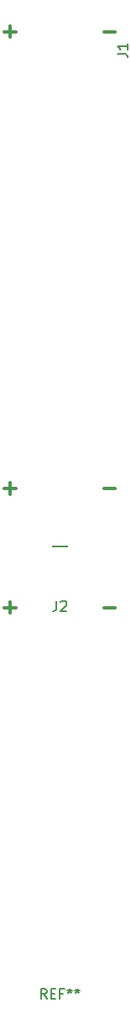
<source format=gto>
G04 #@! TF.FileFunction,Legend,Top*
%FSLAX46Y46*%
G04 Gerber Fmt 4.6, Leading zero omitted, Abs format (unit mm)*
G04 Created by KiCad (PCBNEW 4.0.7) date 06/01/18 18:38:23*
%MOMM*%
%LPD*%
G01*
G04 APERTURE LIST*
%ADD10C,0.100000*%
%ADD11C,0.300000*%
%ADD12C,0.200000*%
%ADD13C,0.150000*%
%ADD14C,4.400000*%
%ADD15R,1.924000X1.924000*%
G04 APERTURE END LIST*
D10*
D11*
X104428572Y-94107143D02*
X105571429Y-94107143D01*
X104428572Y-106107143D02*
X105571429Y-106107143D01*
X94428572Y-94107143D02*
X95571429Y-94107143D01*
X95000000Y-94678571D02*
X95000000Y-93535714D01*
X94428572Y-106107143D02*
X95571429Y-106107143D01*
X95000000Y-106678571D02*
X95000000Y-105535714D01*
X104428572Y-48107143D02*
X105571429Y-48107143D01*
X94428572Y-48107143D02*
X95571429Y-48107143D01*
X95000000Y-48678571D02*
X95000000Y-47535714D01*
D12*
X99200000Y-100000000D02*
X100800000Y-100000000D01*
D13*
X105802381Y-50333333D02*
X106516667Y-50333333D01*
X106659524Y-50380953D01*
X106754762Y-50476191D01*
X106802381Y-50619048D01*
X106802381Y-50714286D01*
X106802381Y-49333333D02*
X106802381Y-49904762D01*
X106802381Y-49619048D02*
X105802381Y-49619048D01*
X105945238Y-49714286D01*
X106040476Y-49809524D01*
X106088095Y-49904762D01*
X99666667Y-105452381D02*
X99666667Y-106166667D01*
X99619047Y-106309524D01*
X99523809Y-106404762D01*
X99380952Y-106452381D01*
X99285714Y-106452381D01*
X100095238Y-105547619D02*
X100142857Y-105500000D01*
X100238095Y-105452381D01*
X100476191Y-105452381D01*
X100571429Y-105500000D01*
X100619048Y-105547619D01*
X100666667Y-105642857D01*
X100666667Y-105738095D01*
X100619048Y-105880952D01*
X100047619Y-106452381D01*
X100666667Y-106452381D01*
X98666667Y-145520381D02*
X98333333Y-145044190D01*
X98095238Y-145520381D02*
X98095238Y-144520381D01*
X98476191Y-144520381D01*
X98571429Y-144568000D01*
X98619048Y-144615619D01*
X98666667Y-144710857D01*
X98666667Y-144853714D01*
X98619048Y-144948952D01*
X98571429Y-144996571D01*
X98476191Y-145044190D01*
X98095238Y-145044190D01*
X99095238Y-144996571D02*
X99428572Y-144996571D01*
X99571429Y-145520381D02*
X99095238Y-145520381D01*
X99095238Y-144520381D01*
X99571429Y-144520381D01*
X100333334Y-144996571D02*
X100000000Y-144996571D01*
X100000000Y-145520381D02*
X100000000Y-144520381D01*
X100476191Y-144520381D01*
X101000000Y-144520381D02*
X101000000Y-144758476D01*
X100761905Y-144663238D02*
X101000000Y-144758476D01*
X101238096Y-144663238D01*
X100857143Y-144948952D02*
X101000000Y-144758476D01*
X101142858Y-144948952D01*
X101761905Y-144520381D02*
X101761905Y-144758476D01*
X101523810Y-144663238D02*
X101761905Y-144758476D01*
X102000001Y-144663238D01*
X101619048Y-144948952D02*
X101761905Y-144758476D01*
X101904763Y-144948952D01*
%LPC*%
D14*
X102500000Y-50000000D03*
X97500000Y-50000000D03*
D15*
X104766000Y-96190000D03*
X104766000Y-97714000D03*
X104766000Y-99238000D03*
X104766000Y-103810000D03*
X104766000Y-102286000D03*
X104766000Y-100762000D03*
X103242000Y-100762000D03*
X103242000Y-102286000D03*
X103242000Y-103810000D03*
X103242000Y-99238000D03*
X103242000Y-97714000D03*
X103242000Y-96190000D03*
X98282000Y-99238000D03*
X98282000Y-97714000D03*
X98282000Y-96190000D03*
X96758000Y-96190000D03*
X96758000Y-97714000D03*
X96758000Y-99238000D03*
X95234000Y-99238000D03*
X95234000Y-97714000D03*
X95234000Y-96190000D03*
X95234000Y-100762000D03*
X95234000Y-102286000D03*
X95234000Y-103810000D03*
X96758000Y-103810000D03*
X96758000Y-102286000D03*
X96758000Y-100762000D03*
X101718000Y-96190000D03*
X101718000Y-97714000D03*
X101718000Y-99238000D03*
X101718000Y-103810000D03*
X101718000Y-102286000D03*
X98282000Y-100762000D03*
X98282000Y-102286000D03*
X98282000Y-103810000D03*
X101718000Y-100762000D03*
X94920000Y-147100000D03*
X97460000Y-147100000D03*
X96190000Y-147100000D03*
X98730000Y-147100000D03*
X105080000Y-147100000D03*
X102540000Y-147100000D03*
X103810000Y-147100000D03*
X101270000Y-147100000D03*
X100000000Y-147100000D03*
M02*

</source>
